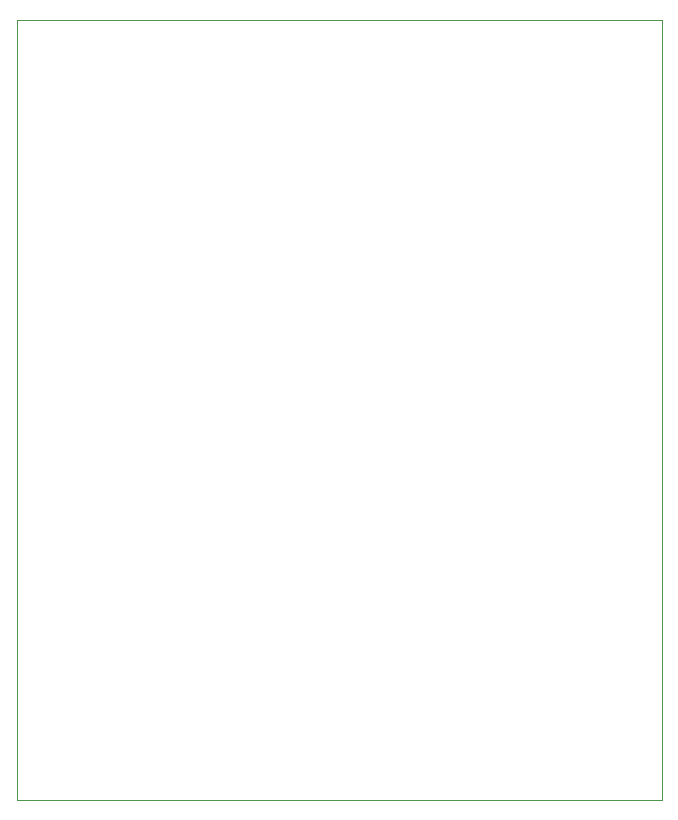
<source format=gbr>
%TF.GenerationSoftware,KiCad,Pcbnew,(7.0.0)*%
%TF.CreationDate,2023-08-25T11:49:27+02:00*%
%TF.ProjectId,JIG_THT,4a49475f-5448-4542-9e6b-696361645f70,rev?*%
%TF.SameCoordinates,Original*%
%TF.FileFunction,Profile,NP*%
%FSLAX46Y46*%
G04 Gerber Fmt 4.6, Leading zero omitted, Abs format (unit mm)*
G04 Created by KiCad (PCBNEW (7.0.0)) date 2023-08-25 11:49:27*
%MOMM*%
%LPD*%
G01*
G04 APERTURE LIST*
%TA.AperFunction,Profile*%
%ADD10C,0.100000*%
%TD*%
G04 APERTURE END LIST*
D10*
X31750000Y-40640000D02*
X86360000Y-40640000D01*
X86360000Y-40640000D02*
X86360000Y-106680000D01*
X86360000Y-106680000D02*
X31750000Y-106680000D01*
X31750000Y-106680000D02*
X31750000Y-40640000D01*
M02*

</source>
